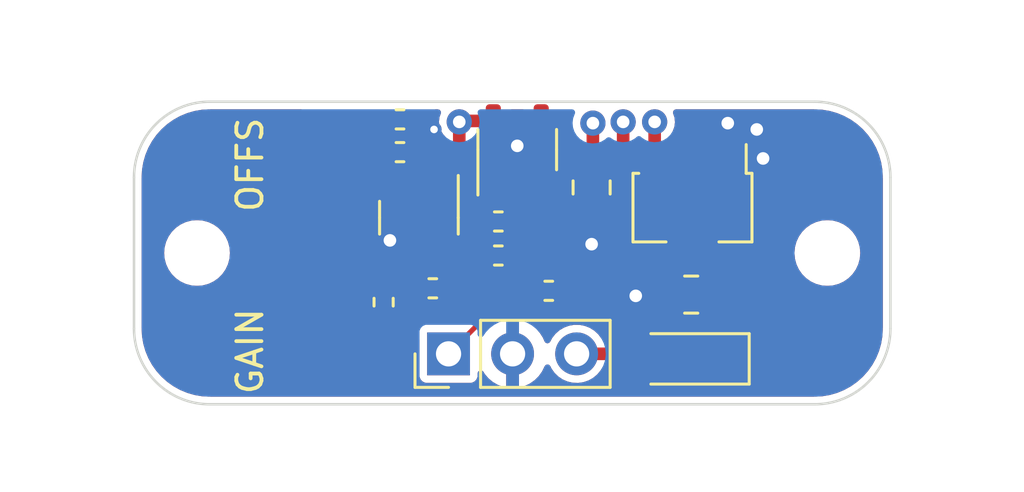
<source format=kicad_pcb>
(kicad_pcb (version 20211014) (generator pcbnew)
  (layers (0 "F.Cu" signal) (1 "In1.Cu" power) (2 "In2.Cu" power) (31 "B.Cu" signal) (34 "B.Paste" user) (35 "F.Paste" user) (36 "B.SilkS" user "B.Silkscreen") (37 "F.SilkS" user "F.Silkscreen") (38 "B.Mask" user) (39 "F.Mask" user) (44 "Edge.Cuts" user))
  (net 0 "")
  (net 1 "Net-(C1-Pad1)")
  (net 2 "GND")
  (net 3 "5v")
  (net 4 "Net-(R1-Pad1)")
  (net 5 "V+")
  (net 6 "OUT")
  (net 7 "Net-(R3-Pad1)")
  (net 8 "Net-(R6-Pad2)")
  (net 9 "Net-(R2-Pad2)")
  (net 10 "Net-(R3-Pad2)")
  (net 11 "Net-(R4-Pad1)")
  (net 12 "Net-(R4-Pad2)")
  (net 13 "Net-(R7-Pad1)")
  (footprint "Resistor_SMD:R_0402_1005Metric" (layer "F.Cu") (at 139.45 108.75 180)
    (fp_text reference "R5" hide)
    (fp_text value "10K")
    (fp_line (start -0.153641 0.38) (end 0.153641 0.38) (layer "F.SilkS") (width 0.12))
    (fp_line (start -0.153641 -0.38) (end 0.153641 -0.38) (layer "F.SilkS") (width 0.12))
    (pad "1" smd roundrect (at -0.51 0 180) (size 0.54 0.64) (layers "F.Cu" "F.Paste" "F.Mask") (net 10 "Net-(R3-Pad2)"))
    (pad "2" smd roundrect (at 0.51 0 180) (size 0.54 0.64) (layers "F.Cu" "F.Paste" "F.Mask") (net 3 "5v"))
  )
  (footprint "Connector_PinHeader_2.54mm:PinHeader_1x03_P2.54mm_Vertical" (layer "F.Cu") (at 137.475 114 90)
    (fp_text reference "J1" hide)
    (fp_text value "I/O connector")
    (fp_line (start -1.33 1.27) (end -1.33 6.41) (layer "F.SilkS") (width 0.12))
    (fp_line (start -1.33 0) (end -1.33 -1.33) (layer "F.SilkS") (width 0.12))
    (fp_line (start -1.33 -1.33) (end 0 -1.33) (layer "F.SilkS") (width 0.12))
    (fp_line (start -1.33 6.41) (end 1.33 6.41) (layer "F.SilkS") (width 0.12))
    (fp_line (start -1.33 1.27) (end 1.33 1.27) (layer "F.SilkS") (width 0.12))
    (fp_line (start 1.33 1.27) (end 1.33 6.41) (layer "F.SilkS") (width 0.12))
    (pad "1" thru_hole rect (at 0 0 90) (size 1.7 1.7) (drill 1) (layers *.Cu *.Mask) (net 6 "OUT"))
    (pad "2" thru_hole oval (at 0 2.54 90) (size 1.7 1.7) (drill 1) (layers *.Cu *.Mask) (net 2 "GND"))
    (pad "3" thru_hole oval (at 0 5.08 90) (size 1.7 1.7) (drill 1) (layers *.Cu *.Mask) (net 5 "V+"))
  )
  (footprint "cycfi_library:TC33X-2" (layer "F.Cu") (at 132.2 112.7 180)
    (fp_text reference "RV2" hide)
    (fp_text value "TC33X-2-104E")
    (pad "1" smd rect (at -1 1.8 180) (size 1.2 1.2) (layers "F.Cu" "F.Paste" "F.Mask") (net 8 "Net-(R6-Pad2)"))
    (pad "2" smd rect (at 0 -1.45 180) (size 1.6 1.5) (layers "F.Cu" "F.Paste" "F.Mask") (net 13 "Net-(R7-Pad1)"))
    (pad "3" smd rect (at 1 1.8 180) (size 1.2 1.2) (layers "F.Cu" "F.Paste" "F.Mask") (net 13 "Net-(R7-Pad1)"))
  )
  (footprint "Capacitor_SMD:C_0805_2012Metric" (layer "F.Cu") (at 147.1 111.65 180)
    (fp_text reference "C1" hide)
    (fp_text value "10uF")
    (fp_line (start -0.261252 0.735) (end 0.261252 0.735) (layer "F.SilkS") (width 0.12))
    (fp_line (start -0.261252 -0.735) (end 0.261252 -0.735) (layer "F.SilkS") (width 0.12))
    (pad "1" smd roundrect (at -0.95 0 180) (size 1 1.45) (layers "F.Cu" "F.Paste" "F.Mask") (net 1 "Net-(C1-Pad1)"))
    (pad "2" smd roundrect (at 0.95 0 180) (size 1 1.45) (layers "F.Cu" "F.Paste" "F.Mask") (net 2 "GND"))
  )
  (footprint "Resistor_SMD:R_0402_1005Metric" (layer "F.Cu") (at 141.45 111.5)
    (fp_text reference "R7" hide)
    (fp_text value "1K")
    (fp_line (start -0.153641 -0.38) (end 0.153641 -0.38) (layer "F.SilkS") (width 0.12))
    (fp_line (start -0.153641 0.38) (end 0.153641 0.38) (layer "F.SilkS") (width 0.12))
    (pad "1" smd roundrect (at -0.51 0) (size 0.54 0.64) (layers "F.Cu" "F.Paste" "F.Mask") (net 13 "Net-(R7-Pad1)"))
    (pad "2" smd roundrect (at 0.51 0) (size 0.54 0.64) (layers "F.Cu" "F.Paste" "F.Mask") (net 6 "OUT"))
  )
  (footprint "Diode_SMD:D_SOD-123" (layer "F.Cu") (at 147.15 114.2 180)
    (fp_text reference "D1" hide)
    (fp_text value "1N4148W")
    (fp_line (start -2.25 -1) (end 1.65 -1) (layer "F.SilkS") (width 0.12))
    (fp_line (start -2.25 1) (end 1.65 1) (layer "F.SilkS") (width 0.12))
    (fp_line (start -2.25 -1) (end -2.25 1) (layer "F.SilkS") (width 0.12))
    (pad "1" smd rect (at -1.65 0 180) (size 0.9 1.2) (layers "F.Cu" "F.Paste" "F.Mask") (net 1 "Net-(C1-Pad1)"))
    (pad "2" smd rect (at 1.65 0 180) (size 0.9 1.2) (layers "F.Cu" "F.Paste" "F.Mask") (net 5 "V+"))
  )
  (footprint "Resistor_SMD:R_0402_1005Metric" (layer "F.Cu") (at 139.45 110.1)
    (fp_text reference "R3" hide)
    (fp_text value "10K")
    (fp_line (start -0.153641 -0.38) (end 0.153641 -0.38) (layer "F.SilkS") (width 0.12))
    (fp_line (start -0.153641 0.38) (end 0.153641 0.38) (layer "F.SilkS") (width 0.12))
    (pad "1" smd roundrect (at -0.51 0) (size 0.54 0.64) (layers "F.Cu" "F.Paste" "F.Mask") (net 7 "Net-(R3-Pad1)"))
    (pad "2" smd roundrect (at 0.51 0) (size 0.54 0.64) (layers "F.Cu" "F.Paste" "F.Mask") (net 10 "Net-(R3-Pad2)"))
  )
  (footprint "cycfi_library:mounting_hole_st1.9" (layer "F.Cu") (at 152.5 110)
    (fp_text reference "REF**" hide)
    (fp_text value "mounting_hole_st1.9")
    (pad "" np_thru_hole circle locked (at 0 0) (size 2 2) (drill 2) (layers *.Cu *.Mask))
  )
  (footprint "cycfi_library:TC33X-2" (layer "F.Cu") (at 132.2 107.4 180)
    (fp_text reference "RV1" hide)
    (fp_text value "2K")
    (pad "1" smd rect (at -1 1.8 180) (size 1.2 1.2) (layers "F.Cu" "F.Paste" "F.Mask") (net 4 "Net-(R1-Pad1)"))
    (pad "2" smd rect (at 0 -1.45 180) (size 1.6 1.5) (layers "F.Cu" "F.Paste" "F.Mask") (net 11 "Net-(R4-Pad1)"))
    (pad "3" smd rect (at 1 1.8 180) (size 1.2 1.2) (layers "F.Cu" "F.Paste" "F.Mask") (net 9 "Net-(R2-Pad2)"))
  )
  (footprint "Resistor_SMD:R_0402_1005Metric" (layer "F.Cu") (at 136.85 111.4 180)
    (fp_text reference "R4" hide)
    (fp_text value "10K")
    (fp_line (start -0.153641 0.38) (end 0.153641 0.38) (layer "F.SilkS") (width 0.12))
    (fp_line (start -0.153641 -0.38) (end 0.153641 -0.38) (layer "F.SilkS") (width 0.12))
    (pad "1" smd roundrect (at -0.51 0 180) (size 0.54 0.64) (layers "F.Cu" "F.Paste" "F.Mask") (net 11 "Net-(R4-Pad1)"))
    (pad "2" smd roundrect (at 0.51 0 180) (size 0.54 0.64) (layers "F.Cu" "F.Paste" "F.Mask") (net 12 "Net-(R4-Pad2)"))
  )
  (footprint "Package_TO_SOT_SMD:SOT-89-3" (layer "F.Cu") (at 147.15 107.9 -90)
    (fp_text reference "U1" hide)
    (fp_text value "HT7550-1")
    (fp_line (start -1.06 -2.36) (end 1.66 -2.36) (layer "F.SilkS") (width 0.12))
    (fp_line (start -1.06 2.36) (end -1.06 2.13) (layer "F.SilkS") (width 0.12))
    (fp_line (start 1.66 -2.36) (end 1.66 -1.05) (layer "F.SilkS") (width 0.12))
    (fp_line (start -1.06 -2.36) (end -1.06 -2.13) (layer "F.SilkS") (width 0.12))
    (fp_line (start 1.66 1.05) (end 1.66 2.36) (layer "F.SilkS") (width 0.12))
    (fp_line (start -2.2 -2.13) (end -1.06 -2.13) (layer "F.SilkS") (width 0.12))
    (fp_line (start 1.66 2.36) (end -1.06 2.36) (layer "F.SilkS") (width 0.12))
    (pad "1" smd rect (at -1.65 -1.5 270) (size 1.3 0.9) (layers "F.Cu" "F.Paste" "F.Mask") (net 2 "GND"))
    (pad "2" smd custom (at -1.5625 0 270) (size 1.475 0.9) (layers "F.Cu" "F.Paste" "F.Mask") (net 1 "Net-(C1-Pad1)") (options (clearance outline) (anchor rect)) (primitives (gr_poly (pts (xy 3.8625 0.8665) (xy 0.7375 0.8665) (xy 0.7375 -0.8665) (xy 3.8625 -0.8665)) (width 0) (fill yes))))
    (pad "3" smd rect (at -1.65 1.5 270) (size 1.3 0.9) (layers "F.Cu" "F.Paste" "F.Mask") (net 3 "5v"))
  )
  (footprint "Resistor_SMD:R_0402_1005Metric" (layer "F.Cu") (at 135.55 106)
    (fp_text reference "R1" hide)
    (fp_text value "2K")
    (fp_line (start -0.153641 -0.38) (end 0.153641 -0.38) (layer "F.SilkS") (width 0.12))
    (fp_line (start -0.153641 0.38) (end 0.153641 0.38) (layer "F.SilkS") (width 0.12))
    (pad "1" smd roundrect (at -0.51 0) (size 0.54 0.64) (layers "F.Cu" "F.Paste" "F.Mask") (net 4 "Net-(R1-Pad1)"))
    (pad "2" smd roundrect (at 0.51 0) (size 0.54 0.64) (layers "F.Cu" "F.Paste" "F.Mask") (net 3 "5v"))
  )
  (footprint "Package_TO_SOT_SMD:SOT-23-5" (layer "F.Cu") (at 140.2 105.9 90)
    (fp_text reference "U3" hide)
    (fp_text value "TLV6001UIDBVR")
    (fp_line (start 0 -1.56) (end -1.8 -1.56) (layer "F.SilkS") (width 0.12))
    (fp_line (start 0 1.56) (end -0.8 1.56) (layer "F.SilkS") (width 0.12))
    (fp_line (start 0 1.56) (end 0.8 1.56) (layer "F.SilkS") (width 0.12))
    (fp_line (start 0 -1.56) (end 0.8 -1.56) (layer "F.SilkS") (width 0.12))
    (pad "1" smd roundrect (at -1.1375 -0.95 90) (size 1.325 0.6) (layers "F.Cu" "F.Paste" "F.Mask") (net 10 "Net-(R3-Pad2)"))
    (pad "2" smd roundrect (at -1.1375 0 90) (size 1.325 0.6) (layers "F.Cu" "F.Paste" "F.Mask") (net 2 "GND"))
    (pad "3" smd roundrect (at -1.1375 0.95 90) (size 1.325 0.6) (layers "F.Cu" "F.Paste" "F.Mask") (net 12 "Net-(R4-Pad2)"))
    (pad "4" smd roundrect (at 1.1375 0.95 90) (size 1.325 0.6) (layers "F.Cu" "F.Paste" "F.Mask") (net 13 "Net-(R7-Pad1)"))
    (pad "5" smd roundrect (at 1.1375 -0.95 90) (size 1.325 0.6) (layers "F.Cu" "F.Paste" "F.Mask") (net 3 "5v"))
  )
  (footprint "Package_TO_SOT_SMD:SOT-23" (layer "F.Cu") (at 136.3 108.6 -90)
    (fp_text reference "U2" hide)
    (fp_text value "DRV5056")
    (fp_line (start 0 -1.56) (end -1.675 -1.56) (layer "F.SilkS") (width 0.12))
    (fp_line (start 0 1.56) (end 0.65 1.56) (layer "F.SilkS") (width 0.12))
    (fp_line (start 0 -1.56) (end 0.65 -1.56) (layer "F.SilkS") (width 0.12))
    (fp_line (start 0 1.56) (end -0.65 1.56) (layer "F.SilkS") (width 0.12))
    (pad "1" smd roundrect (at -0.9375 -0.95 270) (size 1.475 0.6) (layers "F.Cu" "F.Paste" "F.Mask") (net 3 "5v"))
    (pad "2" smd roundrect (at -0.9375 0.95 270) (size 1.475 0.6) (layers "F.Cu" "F.Paste" "F.Mask") (net 7 "Net-(R3-Pad1)"))
    (pad "3" smd roundrect (at 0.9375 0 270) (size 1.475 0.6) (layers "F.Cu" "F.Paste" "F.Mask") (net 2 "GND"))
  )
  (footprint "Resistor_SMD:R_0402_1005Metric" (layer "F.Cu") (at 135.55 104.7 180)
    (fp_text reference "R2" hide)
    (fp_text value "4.7K")
    (fp_line (start -0.153641 0.38) (end 0.153641 0.38) (layer "F.SilkS") (width 0.12))
    (fp_line (start -0.153641 -0.38) (end 0.153641 -0.38) (layer "F.SilkS") (width 0.12))
    (pad "1" smd roundrect (at -0.51 0 180) (size 0.54 0.64) (layers "F.Cu" "F.Paste" "F.Mask") (net 2 "GND"))
    (pad "2" smd roundrect (at 0.51 0 180) (size 0.54 0.64) (layers "F.Cu" "F.Paste" "F.Mask") (net 9 "Net-(R2-Pad2)"))
  )
  (footprint "Capacitor_SMD:C_0805_2012Metric" (layer "F.Cu") (at 143.15 107.4 -90)
    (fp_text reference "C2" hide)
    (fp_text value "10uF")
    (fp_line (start -0.261252 -0.735) (end 0.261252 -0.735) (layer "F.SilkS") (width 0.12))
    (fp_line (start -0.261252 0.735) (end 0.261252 0.735) (layer "F.SilkS") (width 0.12))
    (pad "1" smd roundrect (at -0.95 0 270) (size 1 1.45) (layers "F.Cu" "F.Paste" "F.Mask") (net 3 "5v"))
    (pad "2" smd roundrect (at 0.95 0 270) (size 1 1.45) (layers "F.Cu" "F.Paste" "F.Mask") (net 2 "GND"))
  )
  (footprint "Resistor_SMD:R_0402_1005Metric" (layer "F.Cu") (at 134.9 111.95 90)
    (fp_text reference "R6" hide)
    (fp_text value "47K")
    (fp_line (start -0.153641 -0.38) (end 0.153641 -0.38) (layer "F.SilkS") (width 0.12))
    (fp_line (start -0.153641 0.38) (end 0.153641 0.38) (layer "F.SilkS") (width 0.12))
    (pad "1" smd roundrect (at -0.51 0 90) (size 0.54 0.64) (layers "F.Cu" "F.Paste" "F.Mask") (net 12 "Net-(R4-Pad2)"))
    (pad "2" smd roundrect (at 0.51 0 90) (size 0.54 0.64) (layers "F.Cu" "F.Paste" "F.Mask") (net 8 "Net-(R6-Pad2)"))
  )
  (footprint "cycfi_library:mounting_hole_st1.9" (layer "F.Cu") (at 127.5 110)
    (fp_text reference "REF**" hide)
    (fp_text value "mounting_hole_st1.9")
    (pad "" np_thru_hole circle locked (at 0 0) (size 2 2) (drill 2) (layers *.Cu *.Mask))
  )
  (gr_line (start 152 116) (end 128 116) (layer "Edge.Cuts") (width 0.1))
  (gr_line (start 125 113) (end 125 107) (layer "Edge.Cuts") (width 0.1))
  (gr_arc (start 125 107) (mid 125.87868 104.87868) (end 128 104) (layer "Edge.Cuts") (width 0.1))
  (gr_arc (start 152 104) (mid 154.12132 104.87868) (end 155 107) (layer "Edge.Cuts") (width 0.1))
  (gr_arc (start 155 113) (mid 154.12132 115.12132) (end 152 116) (layer "Edge.Cuts") (width 0.1))
  (gr_arc (start 128 116) (mid 125.87868 115.12132) (end 125 113) (layer "Edge.Cuts") (width 0.1))
  (gr_line (start 128 104) (end 152 104) (layer "Edge.Cuts") (width 0.1))
  (gr_line (start 155 107) (end 155 113) (layer "Edge.Cuts") (width 0.1))
  (gr_text "GAIN" (at 129.6 113.9 90) (layer "F.SilkS") (effects (font (size 1 1))))
  (gr_text "OFFS" (at 129.6 106.5 90) (layer "F.SilkS") (effects (font (size 1 1))))
  (segment (start 148.8 114.2) (end 148.8 112.4) (width 0.5) (layer "F.Cu") (net 1))
  (segment (start 147.1 106.3875) (end 147.15 106.3375) (width 0.5) (layer "F.Cu") (net 1))
  (segment (start 148.05 111.65) (end 147.1 110.7) (width 0.5) (layer "F.Cu") (net 1))
  (segment (start 147.1 110.7) (end 147.1 106.3875) (width 0.5) (layer "F.Cu") (net 1))
  (segment (start 148.8 112.4) (end 148.05 111.65) (width 0.5) (layer "F.Cu") (net 1))
  (segment (start 148.65 106.15) (end 149.7 105.1) (width 0.5) (layer "F.Cu") (net 2))
  (segment (start 136.06 104.7) (end 136.5 104.7) (width 0.2) (layer "F.Cu") (net 2))
  (segment (start 148.65 106.25) (end 148.65 106.15) (width 0.5) (layer "F.Cu") (net 2))
  (segment (start 146.1 111.7) (end 144.9 111.7) (width 0.5) (layer "F.Cu") (net 2))
  (segment (start 148.65 106.25) (end 148.65 104.95) (width 0.5) (layer "F.Cu") (net 2))
  (segment (start 140.2 107.0375) (end 140.2 105.75) (width 0.4) (layer "F.Cu") (net 2))
  (segment (start 146.15 111.65) (end 146.1 111.7) (width 0.5) (layer "F.Cu") (net 2))
  (segment (start 136.3 109.5375) (end 135.1875 109.5375) (width 0.4) (layer "F.Cu") (net 2))
  (segment (start 136.5 104.7) (end 136.9 105.1) (width 0.2) (layer "F.Cu") (net 2))
  (segment (start 135.1875 109.5375) (end 135.15 109.5) (width 0.4) (layer "F.Cu") (net 2))
  (segment (start 143.15 108.35) (end 143.15 109.65) (width 0.5) (layer "F.Cu") (net 2))
  (segment (start 148.65 106.25) (end 149.95 106.25) (width 0.5) (layer "F.Cu") (net 2))
  (segment (start 148.65 104.95) (end 148.55 104.85) (width 0.5) (layer "F.Cu") (net 2))
  (via (at 144.9 111.7) (size 1) (drill 0.5) (layers "F.Cu" "B.Cu") (net 2))
  (via (at 149.95 106.25) (size 1) (drill 0.5) (layers "F.Cu" "B.Cu") (net 2))
  (via (at 140.2 105.75) (size 1) (drill 0.5) (layers "F.Cu" "B.Cu") (net 2))
  (via (at 149.7 105.1) (size 1) (drill 0.5) (layers "F.Cu" "B.Cu") (net 2))
  (via (at 135.15 109.5) (size 1) (drill 0.5) (layers "F.Cu" "B.Cu") (net 2))
  (via (at 148.55 104.85) (size 1) (drill 0.5) (layers "F.Cu" "B.Cu") (net 2))
  (via (at 136.9 105.1) (size 0.6) (drill 0.3) (layers "F.Cu" "B.Cu") (net 2))
  (via (at 143.15 109.65) (size 1) (drill 0.5) (layers "F.Cu" "B.Cu") (net 2))
  (segment (start 144.4 104.8) (end 144.4 106.4) (width 0.5) (layer "F.Cu") (net 3))
  (segment (start 139.25 104.7625) (end 137.9375 104.7625) (width 0.5) (layer "F.Cu") (net 3))
  (segment (start 137.25 107.6625) (end 137.5875 107.6625) (width 0.5) (layer "F.Cu") (net 3))
  (segment (start 145.45 106.45) (end 144.45 106.45) (width 0.5) (layer "F.Cu") (net 3))
  (segment (start 143.15 106.45) (end 143.2 106.4) (width 0.5) (layer "F.Cu") (net 3))
  (segment (start 145.65 106.25) (end 145.45 106.45) (width 0.5) (layer "F.Cu") (net 3))
  (segment (start 137.25 107.6625) (end 137.8525 107.6625) (width 0.5) (layer "F.Cu") (net 3))
  (segment (start 137.9375 104.7625) (end 137.9 104.8) (width 0.5) (layer "F.Cu") (net 3))
  (segment (start 137.5875 107.6625) (end 137.9 107.35) (width 0.5) (layer "F.Cu") (net 3))
  (segment (start 145.65 106.25) (end 145.65 104.8) (width 0.5) (layer "F.Cu") (net 3))
  (segment (start 143.2 106.4) (end 143.2 104.85) (width 0.5) (layer "F.Cu") (net 3))
  (segment (start 137.8525 107.6625) (end 138.94 108.75) (width 0.5) (layer "F.Cu") (net 3))
  (segment (start 144.4 106.4) (end 144.45 106.45) (width 0.5) (layer "F.Cu") (net 3))
  (segment (start 137.9 107.35) (end 137.9 104.8) (width 0.5) (layer "F.Cu") (net 3))
  (segment (start 144.45 106.45) (end 143.15 106.45) (width 0.5) (layer "F.Cu") (net 3))
  (segment (start 136.06 106) (end 136.06 106.4725) (width 0.2) (layer "F.Cu") (net 3))
  (segment (start 136.06 106.4725) (end 137.25 107.6625) (width 0.2) (layer "F.Cu") (net 3))
  (via (at 137.9 104.8) (size 1) (drill 0.5) (layers "F.Cu" "B.Cu") (net 3))
  (via (at 143.2 104.85) (size 1) (drill 0.5) (layers "F.Cu" "B.Cu") (net 3))
  (via (at 145.65 104.8) (size 1) (drill 0.5) (layers "F.Cu" "B.Cu") (net 3))
  (via (at 144.4 104.8) (size 1) (drill 0.5) (layers "F.Cu" "B.Cu") (net 3))
  (segment (start 133.2 105.6) (end 133.6 106) (width 0.2) (layer "F.Cu") (net 4))
  (segment (start 133.6 106) (end 135.04 106) (width 0.2) (layer "F.Cu") (net 4))
  (segment (start 145.3 114) (end 145.5 114.2) (width 0.5) (layer "F.Cu") (net 5))
  (segment (start 142.555 114) (end 145.3 114) (width 0.5) (layer "F.Cu") (net 5))
  (segment (start 138.925 112.55) (end 137.475 114) (width 0.2) (layer "F.Cu") (net 6))
  (segment (start 140.91 112.55) (end 138.925 112.55) (width 0.2) (layer "F.Cu") (net 6))
  (segment (start 141.96 111.5) (end 140.91 112.55) (width 0.2) (layer "F.Cu") (net 6))
  (segment (start 138.236396 110.1) (end 138.94 110.1) (width 0.2) (layer "F.Cu") (net 7))
  (segment (start 135.798896 107.6625) (end 138.236396 110.1) (width 0.2) (layer "F.Cu") (net 7))
  (segment (start 135.35 107.6625) (end 135.798896 107.6625) (width 0.2) (layer "F.Cu") (net 7))
  (segment (start 134.36 110.9) (end 134.9 111.44) (width 0.2) (layer "F.Cu") (net 8))
  (segment (start 133.2 110.9) (end 134.36 110.9) (width 0.2) (layer "F.Cu") (net 8))
  (segment (start 134.84 104.5) (end 135.04 104.7) (width 0.2) (layer "F.Cu") (net 9))
  (segment (start 131.2 105.6) (end 132.3 104.5) (width 0.2) (layer "F.Cu") (net 9))
  (segment (start 132.3 104.5) (end 134.84 104.5) (width 0.2) (layer "F.Cu") (net 9))
  (segment (start 139.25 107.0375) (end 139.25 108.04) (width 0.2) (layer "F.Cu") (net 10))
  (segment (start 139.25 108.04) (end 139.96 108.75) (width 0.2) (layer "F.Cu") (net 10))
  (segment (start 139.96 108.75) (end 139.96 110.1) (width 0.2) (layer "F.Cu") (net 10))
  (segment (start 132.2 108.85) (end 133.25 108.85) (width 0.2) (layer "F.Cu") (net 11))
  (segment (start 133.25 108.85) (end 135.1 110.7) (width 0.2) (layer "F.Cu") (net 11))
  (segment (start 136.66 110.7) (end 137.36 111.4) (width 0.2) (layer "F.Cu") (net 11))
  (segment (start 135.1 110.7) (end 136.66 110.7) (width 0.2) (layer "F.Cu") (net 11))
  (segment (start 140.3 111) (end 141.15 110.15) (width 0.2) (layer "F.Cu") (net 12))
  (segment (start 141.15 110.15) (end 141.15 107.0375) (width 0.2) (layer "F.Cu") (net 12))
  (segment (start 135.37502 112.46) (end 136.34 111.49502) (width 0.2) (layer "F.Cu") (net 12))
  (segment (start 136.34 111.4) (end 136.96 112.02) (width 0.2) (layer "F.Cu") (net 12))
  (segment (start 134.9 112.46) (end 135.37502 112.46) (width 0.2) (layer "F.Cu") (net 12))
  (segment (start 136.96 112.02) (end 137.88 112.02) (width 0.2) (layer "F.Cu") (net 12))
  (segment (start 137.88 112.02) (end 138.9 111) (width 0.2) (layer "F.Cu") (net 12))
  (segment (start 136.34 111.49502) (end 136.34 111.4) (width 0.2) (layer "F.Cu") (net 12))
  (segment (start 138.9 111) (end 140.3 111) (width 0.2) (layer "F.Cu") (net 12))
  (segment (start 136.35 112.55) (end 134.75 114.15) (width 0.2) (layer "F.Cu") (net 13))
  (segment (start 131.2 110.9) (end 131.2 113.15) (width 0.2) (layer "F.Cu") (net 13))
  (segment (start 141.9 105.5125) (end 141.15 104.7625) (width 0.2) (layer "F.Cu") (net 13))
  (segment (start 141.9 110.54) (end 141.9 105.5125) (width 0.2) (layer "F.Cu") (net 13))
  (segment (start 140.94 111.5) (end 141.9 110.54) (width 0.2) (layer "F.Cu") (net 13))
  (segment (start 131.2 113.15) (end 132.2 114.15) (width 0.2) (layer "F.Cu") (net 13))
  (segment (start 140.94 111.5) (end 139.2 111.5) (width 0.2) (layer "F.Cu") (net 13))
  (segment (start 134.75 114.15) (end 132.2 114.15) (width 0.2) (layer "F.Cu") (net 13))
  (segment (start 139.2 111.5) (end 138.15 112.55) (width 0.2) (layer "F.Cu") (net 13))
  (segment (start 138.15 112.55) (end 136.35 112.55) (width 0.2) (layer "F.Cu") (net 13))
  (zone (net 2) (net_name "GND") (layers "F.Cu" "In2.Cu" "B.Cu") (connect_pads (clearance 0.3)) (min_thickness 0.254) (fill yes (thermal_gap 0.508) (thermal_bridge_width 0.508))
    (polygon (pts (xy 155 116) (xy 125 116) (xy 125 104) (xy 155 104)))
  )
)
</source>
